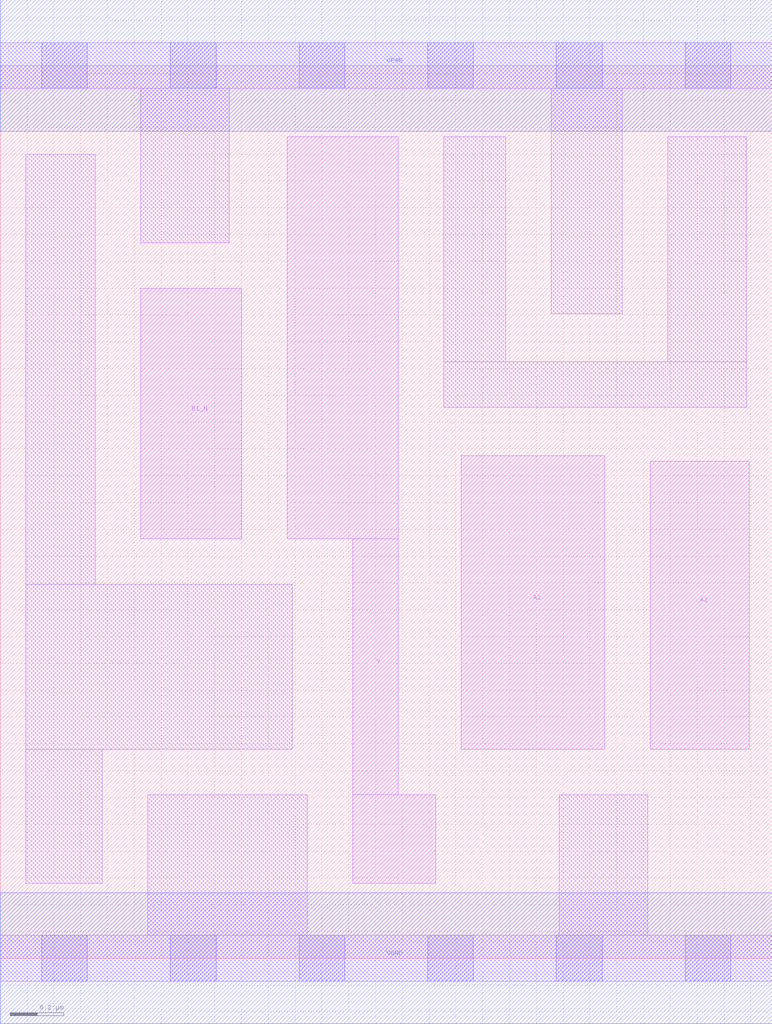
<source format=lef>
# Copyright 2020 The SkyWater PDK Authors
#
# Licensed under the Apache License, Version 2.0 (the "License");
# you may not use this file except in compliance with the License.
# You may obtain a copy of the License at
#
#     https://www.apache.org/licenses/LICENSE-2.0
#
# Unless required by applicable law or agreed to in writing, software
# distributed under the License is distributed on an "AS IS" BASIS,
# WITHOUT WARRANTIES OR CONDITIONS OF ANY KIND, either express or implied.
# See the License for the specific language governing permissions and
# limitations under the License.
#
# SPDX-License-Identifier: Apache-2.0

VERSION 5.7 ;
  NOWIREEXTENSIONATPIN ON ;
  DIVIDERCHAR "/" ;
  BUSBITCHARS "[]" ;
UNITS
  DATABASE MICRONS 200 ;
END UNITS
MACRO sky130_fd_sc_lp__a21boi_0
  CLASS CORE ;
  FOREIGN sky130_fd_sc_lp__a21boi_0 ;
  ORIGIN  0.000000  0.000000 ;
  SIZE  2.880000 BY  3.330000 ;
  SYMMETRY X Y R90 ;
  SITE unit ;
  PIN A1
    ANTENNAGATEAREA  0.159000 ;
    DIRECTION INPUT ;
    USE SIGNAL ;
    PORT
      LAYER li1 ;
        RECT 1.720000 0.780000 2.255000 1.875000 ;
    END
  END A1
  PIN A2
    ANTENNAGATEAREA  0.159000 ;
    DIRECTION INPUT ;
    USE SIGNAL ;
    PORT
      LAYER li1 ;
        RECT 2.425000 0.780000 2.795000 1.855000 ;
    END
  END A2
  PIN B1_N
    ANTENNAGATEAREA  0.126000 ;
    DIRECTION INPUT ;
    USE SIGNAL ;
    PORT
      LAYER li1 ;
        RECT 0.525000 1.565000 0.900000 2.500000 ;
    END
  END B1_N
  PIN Y
    ANTENNADIFFAREA  0.287200 ;
    DIRECTION OUTPUT ;
    USE SIGNAL ;
    PORT
      LAYER li1 ;
        RECT 1.070000 1.565000 1.485000 3.065000 ;
        RECT 1.315000 0.280000 1.625000 0.610000 ;
        RECT 1.315000 0.610000 1.485000 1.565000 ;
    END
  END Y
  PIN VGND
    DIRECTION INOUT ;
    USE GROUND ;
    PORT
      LAYER met1 ;
        RECT 0.000000 -0.245000 2.880000 0.245000 ;
    END
  END VGND
  PIN VPWR
    DIRECTION INOUT ;
    USE POWER ;
    PORT
      LAYER met1 ;
        RECT 0.000000 3.085000 2.880000 3.575000 ;
    END
  END VPWR
  OBS
    LAYER li1 ;
      RECT 0.000000 -0.085000 2.880000 0.085000 ;
      RECT 0.000000  3.245000 2.880000 3.415000 ;
      RECT 0.095000  0.280000 0.380000 0.780000 ;
      RECT 0.095000  0.780000 1.090000 1.395000 ;
      RECT 0.095000  1.395000 0.355000 3.000000 ;
      RECT 0.525000  2.670000 0.855000 3.245000 ;
      RECT 0.550000  0.085000 1.145000 0.610000 ;
      RECT 1.655000  2.055000 2.785000 2.225000 ;
      RECT 1.655000  2.225000 1.885000 3.065000 ;
      RECT 2.055000  2.405000 2.320000 3.245000 ;
      RECT 2.085000  0.085000 2.415000 0.610000 ;
      RECT 2.490000  2.225000 2.785000 3.065000 ;
    LAYER mcon ;
      RECT 0.155000 -0.085000 0.325000 0.085000 ;
      RECT 0.155000  3.245000 0.325000 3.415000 ;
      RECT 0.635000 -0.085000 0.805000 0.085000 ;
      RECT 0.635000  3.245000 0.805000 3.415000 ;
      RECT 1.115000 -0.085000 1.285000 0.085000 ;
      RECT 1.115000  3.245000 1.285000 3.415000 ;
      RECT 1.595000 -0.085000 1.765000 0.085000 ;
      RECT 1.595000  3.245000 1.765000 3.415000 ;
      RECT 2.075000 -0.085000 2.245000 0.085000 ;
      RECT 2.075000  3.245000 2.245000 3.415000 ;
      RECT 2.555000 -0.085000 2.725000 0.085000 ;
      RECT 2.555000  3.245000 2.725000 3.415000 ;
  END
END sky130_fd_sc_lp__a21boi_0
END LIBRARY

</source>
